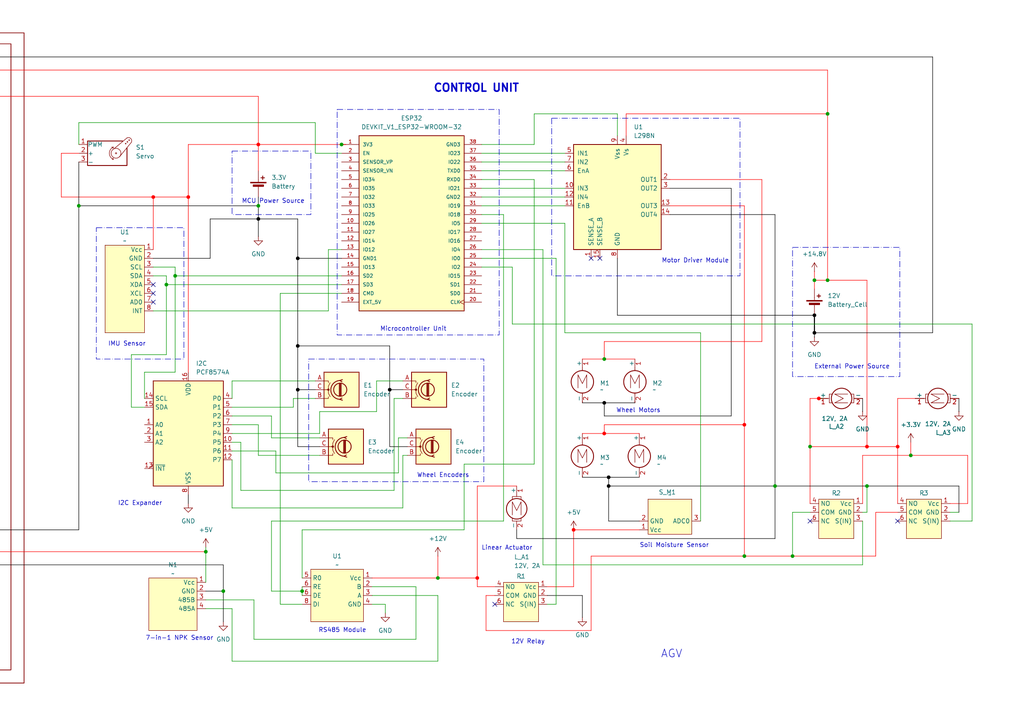
<source format=kicad_sch>
(kicad_sch (version 20231120) (generator "eeschema") (generator_version "8.0")
  (paper "A4")
  (junction (at -38.1 67.31))
  (junction (at -68.58 134.62))
  (junction (at 99.06 41.91))
  (junction (at 22.86 59.69))
  (junction (at 229.87 161.29))
  (junction (at 240.03 33.02))
  (junction (at 251.46 140.97))
  (junction (at -238.76 64.77))
  (junction (at -13.97 67.31))
  (junction (at 236.22 81.28))
  (junction (at 215.9 161.29))
  (junction (at 215.9 123.19) (color 255 0 0 1))
  (junction (at 166.37 153.67) (color 255 0 0 1))
  (junction (at 236.22 91.44) (color 0 0 0 1))
  (junction (at 264.16 132.08))
  (junction (at -220.98 64.77))
  (junction (at -267.97 109.22))
  (junction (at 224.79 140.97))
  (junction (at 138.43 167.64) (color 255 0 0 1))
  (junction (at 44.45 57.15) (color 255 0 0 1))
  (junction (at -13.97 85.09))
  (junction (at -100.33 153.67))
  (junction (at -297.18 128.27))
  (junction (at 87.63 171.45))
  (junction (at 237.49 115.57) (color 255 0 0 1))
  (junction (at 74.93 41.91) (color 255 0 0 1))
  (junction (at 48.26 82.55))
  (junction (at 86.36 100.33) (color 0 0 0 1))
  (junction (at -34.29 85.09))
  (junction (at 236.22 96.52) (color 0 0 0 1))
  (junction (at -83.82 67.31))
  (junction (at -237.49 147.32))
  (junction (at 64.77 171.45))
  (junction (at 54.61 57.15) (color 255 0 0 1))
  (junction (at -238.76 73.66))
  (junction (at 240.03 81.28))
  (junction (at -78.74 104.14))
  (junction (at -257.81 109.22))
  (junction (at 74.93 59.69))
  (junction (at 86.36 113.03) (color 0 0 0 1))
  (junction (at 175.26 104.14))
  (junction (at -238.76 109.22))
  (junction (at 50.8 80.01))
  (junction (at 175.26 125.73) (color 255 0 0 1))
  (junction (at -314.96 144.78))
  (junction (at 176.53 138.43) (color 0 0 0 1))
  (junction (at -297.18 144.78))
  (junction (at -68.58 153.67))
  (junction (at 175.26 116.84) (color 0 0 0 1))
  (junction (at 86.36 74.93) (color 0 0 0 1))
  (junction (at -316.23 64.77))
  (junction (at -294.64 109.22))
  (junction (at -294.64 64.77))
  (junction (at -96.52 120.65))
  (junction (at -205.74 147.32))
  (junction (at -38.1 85.09))
  (junction (at -57.15 85.09))
  (junction (at 113.03 113.03) (color 0 0 0 1))
  (junction (at 260.35 129.54) (color 255 0 0 1))
  (junction (at -78.74 120.65))
  (junction (at 127 167.64))
  (junction (at 59.69 160.02))
  (junction (at -19.05 85.09))
  (junction (at -205.74 128.27))
  (junction (at -83.82 85.09))
  (junction (at 74.93 63.5) (color 0 0 0 1))
  (junction (at 176.53 140.97) (color 0 0 0 1))
  (junction (at 251.46 129.54) (color 255 0 0 1))
  (junction (at -220.98 109.22))
  (junction (at 234.95 129.54))
  (no_connect (at 171.45 74.93))
  (no_connect (at 260.35 151.13))
  (no_connect (at 44.45 85.09))
  (no_connect (at 173.99 74.93))
  (no_connect (at 44.45 87.63))
  (no_connect (at 234.95 151.13))
  (no_connect (at 44.45 82.55))
  (no_connect (at 143.51 175.26))
  (wire (pts (xy -328.93 83.82) (xy -316.23 83.82)))
  (wire (pts (xy 146.05 62.23) (xy 139.7 62.23)))
  (wire (pts (xy 260.35 115.57) (xy 265.43 115.57)) (stroke (width 0) (color 255 0 0 1)))
  (wire (pts (xy 50.8 80.01) (xy 50.8 107.95)))
  (wire (pts (xy 254 148.59) (xy 254 161.29)) (stroke (width 0) (color 255 0 0 1)))
  (wire (pts (xy 99.06 80.01) (xy 50.8 80.01)))
  (wire (pts (xy -19.05 85.09) (xy -13.97 85.09)) (stroke (width 0) (color 0 0 0 1)))
  (wire (pts (xy 168.91 125.73) (xy 175.26 125.73)) (stroke (width 0) (color 255 0 0 1)))
  (wire (pts (xy 260.35 148.59) (xy 254 148.59)) (stroke (width 0) (color 255 0 0 1)))
  (wire (pts (xy 194.31 62.23) (xy 224.79 62.23)) (stroke (width 0) (color 0 0 0 1)))
  (wire (pts (xy -123.19 142.24) (xy -123.19 153.67)) (stroke (width 0) (color 0 0 0 1)))
  (wire (pts (xy 115.57 137.16) (xy 115.57 127)))
  (wire (pts (xy 215.9 123.19) (xy 215.9 161.29)) (stroke (width 0) (color 255 0 0 1)))
  (wire (pts (xy 127 191.77) (xy 127 172.72)))
  (wire (pts (xy 236.22 91.44) (xy 236.22 96.52)) (stroke (width 0.3) (color 0 0 0 1)))
  (wire (pts (xy 120.65 170.18) (xy 120.65 185.42)))
  (wire (pts (xy 238.76 115.57) (xy 237.49 115.57)))
  (wire (pts (xy -238.76 64.77) (xy -220.98 64.77)))
  (wire (pts (xy -260.35 135.89) (xy -260.35 147.32)) (stroke (width 0) (color 0 0 0 1)))
  (wire (pts (xy -238.76 86.36) (xy -238.76 109.22)))
  (wire (pts (xy 118.11 132.08) (xy 116.84 132.08)))
  (wire (pts (xy 91.44 115.57) (xy 85.09 115.57)))
  (wire (pts (xy 127 161.29) (xy 127 167.64)) (stroke (width 0) (color 255 0 0 1)))
  (wire (pts (xy 139.7 44.45) (xy 163.83 44.45)))
  (wire (pts (xy 48.26 102.87) (xy 48.26 82.55)))
  (wire (pts (xy -257.81 109.22) (xy -267.97 109.22)))
  (wire (pts (xy 64.77 171.45) (xy 64.77 180.34)) (stroke (width 0) (color 0 0 0 1)))
  (wire (pts (xy 168.91 138.43) (xy 176.53 138.43)) (stroke (width 0) (color 0 0 0 1)))
  (wire (pts (xy 161.29 74.93) (xy 139.7 74.93)))
  (wire (pts (xy 80.01 130.81) (xy 80.01 137.16)))
  (wire (pts (xy 181.61 33.02) (xy 240.03 33.02)) (stroke (width 0) (color 255 0 0 1)))
  (wire (pts (xy -205.74 147.32) (xy -237.49 147.32)) (stroke (width 0) (color 0 0 0 1)))
  (wire (pts (xy 86.36 100.33) (xy 86.36 113.03)) (stroke (width 0) (color 0 0 0 1)))
  (wire (pts (xy 44.45 77.47) (xy 50.8 77.47)))
  (wire (pts (xy 85.09 115.57) (xy 85.09 118.11)))
  (wire (pts (xy -96.52 111.76) (xy -96.52 120.65)) (stroke (width 0) (color 0 0 0 1)))
  (wire (pts (xy 87.63 175.26) (xy 81.28 175.26)))
  (wire (pts (xy 157.48 72.39) (xy 139.7 72.39)))
  (wire (pts (xy 240.03 81.28) (xy 240.03 33.02)) (stroke (width 0) (color 255 0 0 1)))
  (wire (pts (xy 64.77 163.83) (xy -50.8 163.83)) (stroke (width 0) (color 0 0 0 1)))
  (wire (pts (xy 22.86 59.69) (xy 22.86 153.67)) (stroke (width 0) (color 0 0 0 1)))
  (wire (pts (xy -237.49 147.32) (xy -237.49 135.89)) (stroke (width 0) (color 0 0 0 1)))
  (wire (pts (xy 171.45 161.29) (xy 215.9 161.29)) (stroke (width 0) (color 255 0 0 1)))
  (wire (pts (xy 179.07 91.44) (xy 236.22 91.44)) (stroke (width 0) (color 0 0 0 1)))
  (wire (pts (xy -10.16 85.09) (xy -13.97 85.09)) (stroke (width 0) (color 0 0 0 1)))
  (wire (pts (xy 176.53 151.13) (xy 176.53 140.97)) (stroke (width 0) (color 0 0 0 1)))
  (wire (pts (xy 175.26 125.73) (xy 185.42 125.73)) (stroke (width 0) (color 255 0 0 1)))
  (wire (pts (xy -13.97 20.32) (xy 240.03 20.32)) (stroke (width 0) (color 255 0 0 1)))
  (wire (pts (xy 86.36 74.93) (xy 86.36 100.33)) (stroke (width 0) (color 0 0 0 1)))
  (wire (pts (xy -294.64 86.36) (xy -294.64 109.22)))
  (wire (pts (xy 139.7 49.53) (xy 163.83 49.53)))
  (wire (pts (xy -257.81 86.36) (xy -257.81 90.17)))
  (wire (pts (xy -316.23 83.82) (xy -316.23 80.01)))
  (wire (pts (xy 163.83 64.77) (xy 163.83 96.52)))
  (wire (pts (xy 59.69 160.02) (xy 59.69 168.91)))
  (wire (pts (xy -342.9 144.78) (xy -342.9 135.89)) (stroke (width 0) (color 0 0 0 1)))
  (wire (pts (xy -323.85 72.39) (xy -323.85 109.22)))
  (wire (pts (xy 92.71 125.73) (xy 92.71 119.38)))
  (wire (pts (xy 140.97 182.88) (xy 171.45 182.88)) (stroke (width 0) (color 255 0 0 1)))
  (wire (pts (xy 74.93 123.19) (xy 67.31 123.19)))
  (wire (pts (xy 92.71 132.08) (xy 74.93 132.08)))
  (wire (pts (xy 95.25 90.17) (xy 95.25 72.39)))
  (wire (pts (xy -110.49 85.09) (xy -83.82 85.09)) (stroke (width 0) (color 0 0 0 1)))
  (wire (pts (xy 260.35 115.57) (xy 260.35 129.54)) (stroke (width 0) (color 255 0 0 1)))
  (wire (pts (xy 139.7 59.69) (xy 163.83 59.69)))
  (wire (pts (xy -260.35 128.27) (xy -245.11 128.27)) (stroke (width 0) (color 255 0 0 1)))
  (wire (pts (xy 54.61 41.91) (xy 74.93 41.91)) (stroke (width 0) (color 255 0 0 1)))
  (wire (pts (xy 78.74 151.13) (xy 78.74 171.45)))
  (wire (pts (xy 38.1 102.87) (xy 48.26 102.87)))
  (wire (pts (xy 44.45 90.17) (xy 95.25 90.17)))
  (wire (pts (xy 166.37 153.67) (xy 185.42 153.67)) (stroke (width 0) (color 255 0 0 1)))
  (wire (pts (xy 109.22 110.49) (xy 116.84 110.49)))
  (wire (pts (xy 120.65 185.42) (xy 73.66 185.42)))
  (wire (pts (xy 251.46 148.59) (xy 251.46 140.97)))
  (wire (pts (xy -238.76 73.66) (xy -238.76 78.74)))
  (wire (pts (xy 78.74 127) (xy 78.74 120.65)))
  (wire (pts (xy 54.61 143.51) (xy 54.61 146.05)) (stroke (width 0) (color 0 0 0 1)))
  (wire (pts (xy -50.8 163.83) (xy -50.8 120.65)) (stroke (width 0) (color 0 0 0 1)))
  (wire (pts (xy 234.95 115.57) (xy 237.49 115.57)) (stroke (width 0) (color 255 0 0 1)))
  (wire (pts (xy -138.43 66.04) (xy -130.81 66.04)))
  (wire (pts (xy 67.31 110.49) (xy 67.31 115.57)))
  (wire (pts (xy 278.13 115.57) (xy 278.13 119.38)) (stroke (width 0) (color 0 0 0 1)))
  (wire (pts (xy 87.63 171.45) (xy 78.74 171.45)))
  (wire (pts (xy 260.35 129.54) (xy 260.35 146.05)) (stroke (width 0) (color 255 0 0 1)))
  (wire (pts (xy -130.81 76.2) (xy -138.43 76.2)))
  (wire (pts (xy 149.86 156.21) (xy 224.79 156.21)) (stroke (width 0) (color 0 0 0 1)))
  (wire (pts (xy 111.76 175.26) (xy 111.76 177.8)))
  (wire (pts (xy -297.18 128.27) (xy -280.67 128.27)))
  (wire (pts (xy 60.96 74.93) (xy 44.45 74.93)) (stroke (width 0) (color 0 0 0 1)))
  (wire (pts (xy -347.98 72.39) (xy -347.98 74.93)))
  (wire (pts (xy 194.31 54.61) (xy 212.09 54.61)) (stroke (width 0) (color 0 0 0 1)))
  (wire (pts (xy -95.25 73.66) (xy -95.25 67.31)) (stroke (width 0) (color 255 0 0 1)))
  (wire (pts (xy 22.86 46.99) (xy 22.86 59.69)) (stroke (width 0) (color 0 0 0 1)))
  (wire (pts (xy -10.16 16.51) (xy -10.16 85.09)) (stroke (width 0) (color 0 0 0 1)))
  (wire (pts (xy -38.1 85.09) (xy -34.29 85.09)) (stroke (width 0) (color 0 0 0 1)))
  (wire (pts (xy -297.18 144.78) (xy -280.67 144.78)) (stroke (width 0) (color 0 0 0 1)))
  (wire (pts (xy 134.62 153.67) (xy 134.62 134.62)))
  (wire (pts (xy 251.46 129.54) (xy 251.46 81.28)) (stroke (width 0) (color 255 0 0 1)))
  (wire (pts (xy -78.74 120.65) (xy -96.52 120.65)) (stroke (width 0) (color 0 0 0 1)))
  (wire (pts (xy 236.22 96.52) (xy 236.22 97.79)) (stroke (width 0) (color 0 0 0 1)))
  (wire (pts (xy 134.62 134.62) (xy 154.94 134.62)))
  (wire (pts (xy 87.63 171.45) (xy 87.63 172.72)))
  (wire (pts (xy 86.36 74.93) (xy 86.36 63.5)) (stroke (width 0) (color 0 0 0 1)))
  (wire (pts (xy 236.22 78.74) (xy 236.22 81.28)) (stroke (width 0) (color 255 0 0 1)))
  (wire (pts (xy 240.03 81.28) (xy 236.22 81.28)) (stroke (width 0) (color 255 0 0 1)))
  (wire (pts (xy 176.53 138.43) (xy 185.42 138.43)) (stroke (width 0) (color 0 0 0 1)))
  (wire (pts (xy 22.86 153.67) (xy -68.58 153.67)) (stroke (width 0) (color 0 0 0 1)))
  (wire (pts (xy -205.74 135.89) (xy -205.74 147.32)) (stroke (width 0) (color 0 0 0 1)))
  (wire (pts (xy 95.25 72.39) (xy 99.06 72.39)))
  (wire (pts (xy 175.26 123.19) (xy 175.26 125.73)) (stroke (width 0) (color 255 0 0 1)))
  (wire (pts (xy 148.59 77.47) (xy 139.7 77.47)))
  (wire (pts (xy 154.94 33.02) (xy 154.94 41.91)))
  (wire (pts (xy 86.36 113.03) (xy 91.44 113.03)) (stroke (width 0) (color 0 0 0 1)))
  (wire (pts (xy -102.87 81.28) (xy -115.57 81.28)))
  (wire (pts (xy 74.93 63.5) (xy 74.93 68.58)) (stroke (width 0) (color 0 0 0 1)))
  (wire (pts (xy 38.1 118.11) (xy 38.1 102.87)))
  (wire (pts (xy -5.08 27.94) (xy -5.08 134.62)) (stroke (width 0) (color 255 0 0 1)))
  (wire (pts (xy -294.64 64.77) (xy -294.64 78.74)))
  (wire (pts (xy -115.57 66.04) (xy -102.87 66.04)))
  (wire (pts (xy 74.93 41.91) (xy 74.93 27.94)) (stroke (width 0) (color 255 0 0 1)))
  (wire (pts (xy 281.94 93.98) (xy 148.59 93.98)))
  (wire (pts (xy -8.89 160.02) (xy 59.69 160.02)) (stroke (width 0) (color 255 0 0 1)))
  (wire (pts (xy 44.45 72.39) (xy 44.45 57.15)) (stroke (width 0) (color 255 0 0 1)))
  (wire (pts (xy 113.03 113.03) (xy 113.03 129.54)) (stroke (width 0) (color 0 0 0 1)))
  (wire (pts (xy -248.92 73.66) (xy -238.76 73.66)))
  (wire (pts (xy -46.99 67.31) (xy -38.1 67.31)) (stroke (width 0) (color 255 0 0 1)))
  (wire (pts (xy 146.05 151.13) (xy 146.05 62.23)))
  (wire (pts (xy 220.98 52.07) (xy 220.98 99.06)) (stroke (width 0) (color 255 0 0 1)))
  (wire (pts (xy 154.94 33.02) (xy 179.07 33.02)))
  (wire (pts (xy 87.63 170.18) (xy 87.63 171.45)))
  (wire (pts (xy 67.31 191.77) (xy 127 191.77)))
  (wire (pts (xy 91.44 110.49) (xy 67.31 110.49)))
  (wire (pts (xy 127 167.64) (xy 138.43 167.64)) (stroke (width 0) (color 255 0 0 1)))
  (wire (pts (xy 50.8 107.95) (xy 41.91 107.95)))
  (wire (pts (xy -96.52 120.65) (xy -124.46 120.65)) (stroke (width 0) (color 0 0 0 1)))
  (wire (pts (xy 54.61 57.15) (xy 54.61 107.95)) (stroke (width 0) (color 255 0 0 1)))
  (wire (pts (xy 158.75 172.72) (xy 168.91 172.72)) (stroke (width 0) (color 0 0 0 1)))
  (wire (pts (xy 251.46 140.97) (xy 224.79 140.97)) (stroke (width 0) (color 0 0 0 1)))
  (wire (pts (xy 175.26 104.14) (xy 184.15 104.14)) (stroke (width 0) (color 255 0 0 1)))
  (wire (pts (xy 85.09 118.11) (xy 67.31 118.11)))
  (wire (pts (xy 86.36 63.5) (xy 74.93 63.5)) (stroke (width 0) (color 0 0 0 1)))
  (wire (pts (xy 148.59 93.98) (xy 148.59 77.47)))
  (wire (pts (xy 161.29 175.26) (xy 161.29 74.93)))
  (wire (pts (xy 139.7 54.61) (xy 163.83 54.61)))
  (wire (pts (xy 240.03 81.28) (xy 251.46 81.28)) (stroke (width 0) (color 255 0 0 1)))
  (wire (pts (xy 22.86 59.69) (xy 74.93 59.69)) (stroke (width 0) (color 0 0 0 1)))
  (wire (pts (xy -294.64 64.77) (xy -276.86 64.77)))
  (wire (pts (xy -38.1 85.09) (xy -57.15 85.09)) (stroke (width 0) (color 0 0 0 1)))
  (wire (pts (xy 92.71 125.73) (xy 67.31 125.73)))
  (wire (pts (xy 149.86 153.67) (xy 149.86 156.21)) (stroke (width 0) (color 0 0 0 1)))
  (wire (pts (xy 59.69 173.99) (xy 73.66 173.99)))
  (wire (pts (xy 74.93 63.5) (xy 60.96 63.5)) (stroke (width 0) (color 0 0 0 1)))
  (wire (pts (xy 264.16 128.27) (xy 264.16 132.08)) (stroke (width 0) (color 255 0 0 1)))
  (wire (pts (xy 138.43 167.64) (xy 138.43 170.18)) (stroke (width 0) (color 255 0 0 1)))
  (wire (pts (xy -115.57 81.28) (xy -115.57 76.2)))
  (wire (pts (xy 138.43 140.97) (xy 138.43 167.64)) (stroke (width 0) (color 255 0 0 1)))
  (wire (pts (xy 203.2 151.13) (xy 203.2 96.52)))
  (wire (pts (xy 176.53 140.97) (xy 224.79 140.97)) (stroke (width 0) (color 0 0 0 1)))
  (wire (pts (xy -38.1 67.31) (xy -34.29 67.31)) (stroke (width 0) (color 255 0 0 1)))
  (wire (pts (xy -5.08 134.62) (xy -68.58 134.62)) (stroke (width 0) (color 255 0 0 1)))
  (wire (pts (xy 229.87 148.59) (xy 234.95 148.59)))
  (wire (pts (xy 54.61 41.91) (xy 54.61 57.15)) (stroke (width 0) (color 255 0 0 1)))
  (wire (pts (xy -307.34 128.27) (xy -297.18 128.27)) (stroke (width 0) (color 255 0 0 1)))
  (wire (pts (xy -92.71 134.62) (xy -68.58 134.62)) (stroke (width 0) (color 255 0 0 1)))
  (wire (pts (xy -34.29 69.85) (xy -34.29 85.09)) (stroke (width 0) (color 0 0 0 1)))
  (wire (pts (xy -68.58 142.24) (xy -68.58 153.67)) (stroke (width 0) (color 0 0 0 1)))
  (wire (pts (xy 229.87 148.59) (xy 229.87 161.29)))
  (wire (pts (xy 220.98 99.06) (xy 175.26 99.06)) (stroke (width 0) (color 255 0 0 1)))
  (wire (pts (xy 234.95 115.57) (xy 234.95 129.54)) (stroke (width 0) (color 255 0 0 1)))
  (wire (pts (xy -10.16 16.51) (xy 270.51 16.51)) (stroke (width 0) (color 0 0 0 1)))
  (wire (pts (xy -314.96 144.78) (xy -342.9 144.78)) (stroke (width 0) (color 0 0 0 1)))
  (wire (pts (xy 113.03 100.33) (xy 113.03 113.03)) (stroke (width 0) (color 0 0 0 1)))
  (wire (pts (xy 168.91 116.84) (xy 175.26 116.84)) (stroke (width 0) (color 0 0 0 1)))
  (wire (pts (xy 17.78 57.15) (xy 44.45 57.15)) (stroke (width 0) (color 255 0 0 1)))
  (wire (pts (xy 181.61 39.37) (xy 181.61 33.02)) (stroke (width 0) (color 255 0 0 1)))
  (wire (pts (xy -124.46 120.65) (xy -124.46 111.76)) (stroke (width 0) (color 0 0 0 1)))
  (wire (pts (xy 92.71 119.38) (xy 109.22 119.38)))
  (wire (pts (xy -267.97 109.22) (xy -294.64 109.22)))
  (wire (pts (xy 50.8 77.47) (xy 50.8 80.01)))
  (wire (pts (xy -297.18 128.27) (xy -297.18 129.54)))
  (wire (pts (xy -123.19 134.62) (xy -107.95 134.62)) (stroke (width 0) (color 255 0 0 1)))
  (wire (pts (xy -78.74 104.14) (xy -8.89 104.14)) (stroke (width 0) (color 255 0 0 1)))
  (wire (pts (xy 149.86 140.97) (xy 138.43 140.97)) (stroke (width 0) (color 255 0 0 1)))
  (wire (pts (xy 175.26 116.84) (xy 184.15 116.84)) (stroke (width 0) (color 0 0 0 1)))
  (wire (pts (xy 138.43 170.18) (xy 143.51 170.18)) (stroke (width 0) (color 255 0 0 1)))
  (wire (pts (xy -38.1 74.93) (xy -38.1 85.09)) (stroke (width 0) (color 0 0 0 1)))
  (wire (pts (xy 194.31 52.07) (xy 220.98 52.07)) (stroke (width 0) (color 255 0 0 1)))
  (wire (pts (xy -297.18 137.16) (xy -297.18 144.78)) (stroke (width 0) (color 0 0 0 1)))
  (wire (pts (xy 212.09 54.61) (xy 212.09 120.65)) (stroke (width 0) (color 0 0 0 1)))
  (wire (pts (xy 92.71 127) (xy 78.74 127)))
  (wire (pts (xy 87.63 153.67) (xy 134.62 153.67)))
  (wire (pts (xy 179.07 74.93) (xy 179.07 91.44)) (stroke (width 0) (color 0 0 0 1)))
  (wire (pts (xy 60.96 63.5) (xy 60.96 74.93)) (stroke (width 0) (color 0 0 0 1)))
  (wire (pts (xy 59.69 171.45) (xy 64.77 171.45)) (stroke (width 0) (color 0 0 0 1)))
  (wire (pts (xy -138.43 68.58) (xy -138.43 66.04)))
  (wire (pts (xy 224.79 62.23) (xy 224.79 140.97)) (stroke (width 0) (color 0 0 0 1)))
  (wire (pts (xy 99.06 74.93) (xy 86.36 74.93)) (stroke (width 0) (color 0 0 0 1)))
  (wire (pts (xy 250.19 163.83) (xy 157.48 163.83)))
  (wire (pts (xy 107.95 172.72) (xy 127 172.72)))
  (wire (pts (xy -297.18 144.78) (xy -314.96 144.78)) (stroke (width 0) (color 0 0 0 1)))
  (wire (pts (xy 44.45 80.01) (xy 48.26 80.01)))
  (wire (pts (xy 67.31 147.32) (xy 116.84 147.32)))
  (wire (pts (xy 236.22 96.52) (xy 270.51 96.52)) (stroke (width 0) (color 0 0 0 1)))
  (wire (pts (xy 154.94 134.62) (xy 154.94 52.07)))
  (wire (pts (xy -110.49 73.66) (xy -110.49 85.09)) (stroke (width 0) (color 0 0 0 1)))
  (wire (pts (xy 168.91 172.72) (xy 168.91 179.07)) (stroke (width 0) (color 0 0 0 1)))
  (wire (pts (xy 41.91 118.11) (xy 38.1 118.11)))
  (wire (pts (xy -347.98 74.93) (xy -344.17 74.93)))
  (wire (pts (xy 143.51 172.72) (xy 140.97 172.72)) (stroke (width 0) (color 255 0 0 1)))
  (wire (pts (xy -13.97 67.31) (xy -13.97 20.32)) (stroke (width 0) (color 255 0 0 1)))
  (wire (pts (xy 139.7 64.77) (xy 163.83 64.77)))
  (wire (pts (xy -19.05 67.31) (xy -13.97 67.31)) (stroke (width 0) (color 255 0 0 1)))
  (wire (pts (xy 107.95 170.18) (xy 120.65 170.18)))
  (wire (pts (xy 67.31 133.35) (xy 67.31 147.32)))
  (wire (pts (xy 157.48 163.83) (xy 157.48 72.39)))
  (wire (pts (xy 22.86 44.45) (xy 17.78 44.45)) (stroke (width 0) (color 255 0 0 1)))
  (wire (pts (xy 250.19 151.13) (xy 250.19 163.83)))
  (wire (pts (xy 44.45 57.15) (xy 54.61 57.15)) (stroke (width 0) (color 255 0 0 1)))
  (wire (pts (xy 240.03 20.32) (xy 240.03 33.02)) (stroke (width 0) (color 255 0 0 1)))
  (wire (pts (xy 107.95 167.64) (xy 127 167.64)) (stroke (width 0) (color 255 0 0 1)))
  (wire (pts (xy 99.06 41.91) (xy 100.33 41.91)) (stroke (width 0) (color 255 0 0 1)))
  (wire (pts (xy -78.74 104.14) (xy -78.74 105.41)))
  (wire (pts (xy 74.93 27.94) (xy -5.08 27.94)) (stroke (width 0) (color 255 0 0 1)))
  (wire (pts (xy 116.84 132.08) (xy 116.84 147.32)))
  (wire (pts (xy 139.7 41.91) (xy 154.94 41.91)))
  (wire (pts (xy -220.98 64.77) (xy -220.98 71.12)))
  (wire (pts (xy 278.13 148.59) (xy 278.13 140.97)) (stroke (width 0) (color 0 0 0 1)))
  (wire (pts (xy -316.23 64.77) (xy -294.64 64.77)))
  (wire (pts (xy 86.36 113.03) (xy 86.36 129.54)) (stroke (width 0) (color 0 0 0 1)))
  (wire (pts (xy 87.63 167.64) (xy 87.63 153.67)))
  (wire (pts (xy -83.82 67.31) (xy -67.31 67.31)) (stroke (width 0) (color 255 0 0 1)))
  (wire (pts (xy 74.93 59.69) (xy 74.93 63.5)) (stroke (width 0) (color 0 0 0 1)))
  (wire (pts (xy 17.78 44.45) (xy 17.78 57.15)) (stroke (width 0) (color 255 0 0 1)))
  (wire (pts (xy 69.85 142.24) (xy 69.85 128.27)))
  (wire (pts (xy 74.93 41.91) (xy 99.06 41.91)) (stroke (width 0) (color 255 0 0 1)))
  (wire (pts (xy 69.85 142.24) (xy 114.3 142.24)))
  (wire (pts (xy 278.13 140.97) (xy 251.46 140.97)) (stroke (width 0) (color 0 0 0 1)))
  (wire (pts (xy 118.11 129.54) (xy 113.03 129.54)) (stroke (width 0) (color 0 0 0 1)))
  (wire (pts (xy -257.81 97.79) (xy -257.81 109.22)))
  (wire (pts (xy 114.3 115.57) (xy 114.3 142.24)))
  (wire (pts (xy 250.19 148.59) (xy 251.46 148.59)))
  (wire (pts (xy 139.7 57.15) (xy 163.83 57.15)))
  (wire (pts (xy 163.83 96.52) (xy 203.2 96.52)))
  (wire (pts (xy 171.45 182.88) (xy 171.45 161.29)) (stroke (width 0) (color 255 0 0 1)))
  (wire (pts (xy 81.28 85.09) (xy 99.06 85.09)))
  (wire (pts (xy -328.93 74.93) (xy -328.93 83.82)))
  (wire (pts (xy -342.9 128.27) (xy -322.58 128.27)) (stroke (width 0) (color 255 0 0 1)))
  (wire (pts (xy 41.91 107.95) (xy 41.91 115.57)))
  (wire (pts (xy -78.74 113.03) (xy -78.74 120.65)) (stroke (width 0) (color 0 0 0 1)))
  (wire (pts (xy -294.64 109.22) (xy -323.85 109.22)))
  (wire (pts (xy -19.05 69.85) (xy -19.05 85.09)) (stroke (width 0) (color 0 0 0 1)))
  (wire (pts (xy -57.15 74.93) (xy -57.15 85.09)) (stroke (width 0) (color 0 0 0 1)))
  (wire (pts (xy 229.87 161.29) (xy 254 161.29)) (stroke (width 0) (color 255 0 0 1)))
  (wire (pts (xy 115.57 127) (xy 118.11 127)))
  (wire (pts (xy -238.76 109.22) (xy -257.81 109.22)))
  (wire (pts (xy -220.98 64.77) (xy -191.77 64.77)))
  (wire (pts (xy 234.95 146.05) (xy 234.95 129.54)) (stroke (width 0) (color 255 0 0 1)))
  (wire (pts (xy 264.16 132.08) (xy 280.67 132.08)) (stroke (width 0) (color 255 0 0 1)))
  (wire (pts (xy 176.53 140.97) (xy 176.53 138.43)) (stroke (width 0) (color 0 0 0 1)))
  (wire (pts (xy 67.31 130.81) (xy 80.01 130.81)))
  (wire (pts (xy -220.98 109.22) (xy -190.5 109.22)))
  (wire (pts (xy 280.67 146.05) (xy 275.59 146.05)) (stroke (width 0) (color 255 0 0 1)))
  (wire (pts (xy 275.59 151.13) (xy 281.94 151.13)))
  (wire (pts (xy 175.26 120.65) (xy 175.26 116.84)) (stroke (width 0) (color 0 0 0 1)))
  (wire (pts (xy 74.93 57.15) (xy 74.93 59.69)) (stroke (width 0) (color 0 0 0 1)))
  (wire (pts (xy -220.98 78.74) (xy -220.98 109.22)))
  (wire (pts (xy 215.9 59.69) (xy 215.9 123.19)) (stroke (width 0) (color 255 0 0 1)))
  (wire (pts (xy 215.9 161.29) (xy 229.87 161.29)) (stroke (width 0) (color 255 0 0 1)))
  (wire (pts (xy -238.76 109.22) (xy -220.98 109.22)))
  (wire (pts (xy 73.66 185.42) (xy 73.66 173.99)))
  (wire (pts (xy -88.9 104.14) (xy -78.74 104.14)) (stroke (width 0) (color 255 0 0 1)))
  (wire (pts (xy 64.77 171.45) (xy 64.77 163.83)) (stroke (width 0) (color 0 0 0 1)))
  (wire (pts (xy 185.42 151.13) (xy 176.53 151.13)) (stroke (width 0) (color 0 0 0 1)))
  (wire (pts (xy 281.94 93.98) (xy 281.94 151.13)))
  (wire (pts (xy -8.89 104.14) (xy -8.89 160.02)) (stroke (width 0) (color 255 0 0 1)))
  (wire (pts (xy 140.97 172.72) (xy 140.97 182.88)) (stroke (width 0) (color 255 0 0 1)))
  (wire (pts (xy -95.25 67.31) (xy -83.82 67.31)) (stroke (width 0) (color 255 0 0 1)))
  (wire (pts (xy 92.71 129.54) (xy 86.36 129.54)) (stroke (width 0) (color 0 0 0 1)))
  (wire (pts (xy 166.37 153.67) (xy 166.37 170.18)) (stroke (width 0) (color 255 0 0 1)))
  (wire (pts (xy -138.43 76.2) (xy -138.43 73.66)))
  (wire (pts (xy -13.97 69.85) (xy -13.97 67.31)))
  (wire (pts (xy -238.76 73.66) (xy -238.76 72.39)))
  (wire (pts (xy 250.19 132.08) (xy 250.19 146.05)) (stroke (width 0) (color 255 0 0 1)))
  (wire (pts (xy 250.19 115.57) (xy 250.19 119.38)) (stroke (width 0) (color 0 0 0 1)))
  (wire (pts (xy -123.19 153.67) (xy -100.33 153.67)) (stroke (width 0) (color 0 0 0 1)))
  (wire (pts (xy 275.59 148.59) (xy 278.13 148.59)))
  (wire (pts (xy 280.67 132.08) (xy 280.67 146.05)) (stroke (width 0) (color 255 0 0 1)))
  (wire (pts (xy -68.58 153.67) (xy -100.33 153.67)) (stroke (width 0) (color 0 0 0 1)))
  (wire (pts (xy 194.31 59.69) (xy 215.9 59.69)) (stroke (width 0) (color 255 0 0 1)))
  (wire (pts (xy 215.9 123.19) (xy 175.26 123.19)) (stroke (width 0) (color 255 0 0 1)))
  (wire (pts (xy 270.51 96.52) (xy 270.51 16.51)) (stroke (width 0) (color 0 0 0 1)))
  (wire (pts (xy 80.01 137.16) (xy 115.57 137.16)))
  (wire (pts (xy 139.7 46.99) (xy 163.83 46.99)))
  (wire (pts (xy 78.74 120.65) (xy 67.31 120.65)))
  (wire (pts (xy 179.07 39.37) (xy 179.07 33.02)))
  (wire (pts (xy 250.19 132.08) (xy 264.16 132.08)) (stroke (width 0) (color 255 0 0 1)))
  (wire (pts (xy -50.8 120.65) (xy -78.74 120.65)) (stroke (width 0) (color 0 0 0 1)))
  (wire (pts (xy -13.97 77.47) (xy -13.97 85.09)) (stroke (width 0) (color 0 0 0 1)))
  (wire (pts (xy 107.95 175.26) (xy 111.76 175.26)))
  (wire (pts (xy -347.98 67.31) (xy -347.98 64.77)))
  (wire (pts (xy 22.86 35.56) (xy 22.86 41.91)))
  (wire (pts (xy 59.69 158.75) (xy 59.69 160.02)))
  (wire (pts (xy -100.33 153.67) (xy -100.33 142.24)) (stroke (width 0) (color 0 0 0 1)))
  (wire (pts (xy 116.84 113.03) (xy 113.03 113.03)) (stroke (width 0) (color 0 0 0 1)))
  (wire (pts (xy 109.22 110.49) (xy 109.22 119.38)))
  (wire (pts (xy 86.36 100.33) (xy 113.03 100.33)) (stroke (width 0) (color 0 0 0 1)))
  (wire (pts (xy 212.09 120.65) (xy 175.26 120.65)) (stroke (width 0) (color 0 0 0 1)))
  (wire (pts (xy -34.29 85.09) (xy -19.05 85.09)) (stroke (width 0) (color 0 0 0 1)))
  (wire (pts (xy 74.93 132.08) (xy 74.93 123.19)))
  (wire (pts (xy 91.44 44.45) (xy 91.44 35.56)))
  (wire (pts (xy 99.06 44.45) (xy 91.44 44.45)))
  (wire (pts (xy 154.94 52.07) (xy 139.7 52.07)))
  (wire (pts (xy -229.87 128.27) (xy -205.74 128.27)) (stroke (width 0) (color 255 0 0 1)))
  (wire (pts (xy -205.74 128.27) (xy -191.77 128.27)) (stroke (width 0) (color 255 0 0 1)))
  (wire (pts (xy 48.26 82.55) (xy 99.06 82.55)))
  (wire (pts (xy 22.86 35.56) (xy 91.44 35.56)))
  (wire (pts (xy -314.96 135.89) (xy -314.96 144.78)) (stroke (width 0) (color 0 0 0 1)))
  (wire (pts (xy 158.75 175.26) (xy 161.29 175.26)))
  (wire (pts (xy -267.97 86.36) (xy -267.97 109.22)))
  (wire (pts (xy 74.93 41.91) (xy 74.93 49.53)) (stroke (width 0) (color 255 0 0 1)))
  (wire (pts (xy 175.26 99.06) (xy 175.26 104.14)) (stroke (width 0) (color 255 0 0 1)))
  (wire (pts (xy -83.82 85.09) (xy -83.82 74.93)) (stroke (width 0) (color 0 0 0 1)))
  (wire (pts (xy -260.35 147.32) (xy -237.49 147.32)) (stroke (width 0) (color 0 0 0 1)))
  (wire (pts (xy 251.46 129.54) (xy 260.35 129.54)) (stroke (width 0) (color 255 0 0 1)))
  (wire (pts (xy 234.95 129.54) (xy 251.46 129.54)) (stroke (width 0) (color 255 0 0 1)))
  (wire (pts (xy -328.93 64.77) (xy -316.23 64.77)))
  (wire (pts (xy -124.46 104.14) (xy -104.14 104.14)) (stroke (width 0) (color 255 0 0 1)))
  (wire (pts (xy 48.26 80.01) (xy 48.26 82.55)))
  (wire (pts (xy -248.92 64.77) (xy -238.76 64.77)))
  (wire (pts (xy 224.79 156.21) (xy 224.79 140.97)) (stroke (width 0) (color 0 0 0 1)))
  (wire (pts (xy 59.69 176.53) (xy 67.31 176.53)))
  (wire (pts (xy -57.15 85.09) (xy -83.82 85.09)) (stroke (width 0) (color 0 0 0 1)))
  (wire (pts (xy 168.91 104.14) (xy 175.26 104.14)) (stroke (width 0) (color 255 0 0 1)))
  (wire (pts (xy 78.74 151.13) (xy 146.05 151.13)))
  (wire (pts (xy 67.31 176.53) (xy 67.31 191.77)))
  (wire (pts (xy 81.28 175.26) (xy 81.28 85.09)))
  (wire (pts (xy -205.74 147.32) (xy -191.77 147.32)) (stroke (width 0) (color 0 0 0 1)))
  (wire (pts (xy 116.84 115.57) (xy 114.3 115.57)))
  (wire (pts (xy 69.85 128.27) (xy 67.31 128.27)))
  (wire (pts (xy 158.75 170.18) (xy 166.37 170.18)) (stroke (width 0) (color 255 0 0 1)))
  (wire (pts (xy 236.22 81.28) (xy 236.22 83.82)) (stroke (width 0) (color 255 0 0 1)))
  (wire (pts (xy -347.98 64.77) (xy -344.17 64.77)))
  (rectangle (start 67.31 43.815) (end 90.17 62.23) (stroke (width 0) (type dash_dot)))
  (rectangle (start 27.94 66.04) (end 53.34 104.14) (stroke (width 0) (type dash_dot)))
  (rectangle (start 97.79 31.75) (end 144.78 97.155) (stroke (width 0) (type dash_dot)))
  (rectangle (start 160.02 34.29) (end 214.63 80.01) (stroke (width 0) (type dash_dot)))
  (rectangle (start 89.535 104.14) (end 140.335 139.7) (stroke (width 0) (type dash_dot)))
  (rectangle (start 229.87 71.755) (end 260.985 109.22) (stroke (width 0) (type dash_dot)))
  (text "AGV" (at 194.818 189.738 0) (effects (font (size 2.27 2.27))))
  (text "RS485 Module" (at 99.314 182.88 0) (effects (font (size 1.27 1.27))))
  (text "Microcontroller Unit" (at 119.888 95.504 0) (effects (font (size 1.27 1.27))))
  (text "12V Relay" (at 153.162 186.182 0) (effects (font (size 1.27 1.27))))
  (text "MCU Power Source" (at 79.248 58.42 0) (effects (font (size 1.27 1.27))))
  (text "7-in-1 NPK Sensor" (at 52.07 185.166 0) (effects (font (size 1.27 1.27))))
  (text "POWER SUPPLY UNIT" (at -76.708 27.432 0) (effects (font (size 2.27 2.27) (thickness 0.454) (bold yes))))
  (text "12V Output Regulator" (at -55.118 54.102 0) (effects (font (size 1.27 1.27))))
  (text "CONTROL UNIT" (at 138.176 25.654 0) (effects (font (size 2.27 2.27) (thickness 0.454) (bold yes))))
  (text "Soil Moisture Sensor" (at 195.58 158.242 0) (effects (font (size 1.27 1.27))))
  (text "Linear Actuator" (at 147.066 159.004 0) (effects (font (size 1.27 1.27))))
  (text "Motor Driver Module" (at 201.676 75.692 0) (effects (font (size 1.27 1.27))))
  (text "Vout" (at -197.866 70.358 0) (effects (font (size 3.27 3.27))))
  (text "Wheel Encoders" (at 128.524 137.922 0) (effects (font (size 1.27 1.27))))
  (text "Wheel Motors" (at 185.166 119.126 0) (effects (font (size 1.27 1.27))))
  (text "5V Ouput Regulator" (at -106.934 113.538 0) (effects (font (size 1.27 1.27))))
  (text "I2C Expander" (at 40.64 146.05 0) (effects (font (size 1.27 1.27))))
  (text "IMU Sensor" (at 36.83 99.822 0) (effects (font (size 1.27 1.27))))
  (text "Vout" (at -190.5 132.842 0) (effects (font (size 1.47 1.47))))
  (text "External Power Source" (at 247.142 106.426 0) (effects (font (size 1.27 1.27))))
  (text "Vout" (at -283.21 133.35 0) (effects (font (size 1.47 1.47))))
  (text "MSK5012" (at -261.874 69.342 0) (effects (font (size 2.27 2.27))))
  (symbol (lib_id "Device:Battery_Cell") (at -68.58 139.7 0) (unit 1)
    (property "Reference" "3.3V" (at -63.5 137.8584 0) (effects (justify left)))
    (property "Value" "Battery_Cell" (effects (hide yes)))
    (property "Description" "Single-cell battery" (effects (hide yes)))
  )
  (symbol (lib_id "power:+3.3V") (at 236.22 78.74 0) (unit 1)
    (property "Reference" "#PWR01" (effects (hide yes)))
    (property "Value" "+14.8V" (at 236.22 73.66 0))
    (property "Description" "Power symbol creates a global label with name \"+3.3V\"" (effects (hide yes)))
  )
  (symbol (lib_id "power:GND") (at 74.93 68.58 0) (unit 1)
    (property "Reference" "#PWR02" (effects (hide yes)))
    (property "Value" "GND" (at 74.93 73.66 0))
    (property "Description" "Power symbol creates a global label with name \"GND\" , ground" (effects (hide yes)))
  )
  (symbol (lib_id "Motor:Motor_DC_ALT") (at 149.86 146.05 0) (unit 1)
    (property "Reference" "L_A1" (at 149.098 161.544 0) (effects (justify left)))
    (property "Value" "12V, 2A" (at 149.098 164.084 0) (effects (justify left)))
    (property "Description" "DC Motor, alternative symbol" (effects (hide yes)))
  )
  (symbol (lib_id "power:GND") (at 250.19 119.38 0) (unit 1)
    (property "Reference" "#PWR013" (effects (hide yes)))
    (property "Value" "GND" (at 250.19 124.46 0))
    (property "Description" "Power symbol creates a global label with name \"GND\" , ground" (effects (hide yes)))
  )
  (symbol (lib_id "Device:Battery_Cell") (at 236.22 88.9 0) (unit 1)
    (property "Reference" "12V" (at 240.03 85.7884 0) (effects (justify left)))
    (property "Value" "Battery_Cell" (at 240.03 88.3284 0) (effects (justify left)))
    (property "Description" "Single-cell battery" (effects (hide yes)))
  )
  (symbol (lib_id "Device:Battery_Cell") (at -297.18 134.62 0) (unit 1)
    (property "Reference" "5V" (at -292.1 132.7784 0) (effects (justify left)))
    (property "Value" "Battery_Cell" (effects (hide yes)))
    (property "Description" "Single-cell battery" (effects (hide yes)))
  )
  (symbol (lib_id "Device:Transformer_1P_1S_SO8") (at -123.19 71.12 0) (unit 1)
    (property "Reference" "T?" (at -123.1773 60.96 0))
    (property "Value" "Transformer_1P_1S_SO8" (at -123.1773 63.5 0))
    (property "Description" "Transformer, single primary, single secondary, SO-8 package" (effects (hide yes)))
  )
  (symbol (lib_id "power:GND") (at 278.13 119.38 0) (unit 1)
    (property "Reference" "#PWR014" (effects (hide yes)))
    (property "Value" "GND" (at 278.13 124.46 0))
    (property "Description" "Power symbol creates a global label with name \"GND\" , ground" (effects (hide yes)))
  )
  (symbol (lib_id "Device:Battery_Cell") (at -123.19 139.7 0) (unit 1)
    (property "Reference" "5V" (at -118.11 136.5884 0) (effects (justify left)))
    (property "Value" "Battery_Cell" (at -118.11 139.1284 0) (effects (justify left)))
    (property "Description" "Single-cell battery" (effects (hide yes)))
  )
  (symbol (lib_id "Relay_module:R") (at 243.84 143.51 0) (unit 1)
    (property "Reference" "R2" (at 242.57 143.002 0))
    (property "Value" "~" (at 242.57 143.51 0))
  )
  (symbol (lib_id "Relay_module:R") (at 152.4 167.64 0) (unit 1)
    (property "Reference" "R1" (at 151.13 167.132 0))
    (property "Value" "~" (at 151.13 167.64 0))
  )
  (symbol (lib_id "Motor:Motor_DC") (at 185.42 130.81 0) (unit 1)
    (property "Reference" "M4" (at 190.5 132.7149 0) (effects (justify left)))
    (property "Value" "~" (at 190.5 134.62 0) (effects (justify left)))
    (property "Description" "DC Motor" (effects (hide yes)))
  )
  (symbol (lib_id "power:AC") (at -138.43 73.66 0) (unit 1)
    (property "Reference" "#PWR011" (effects (hide yes)))
    (property "Value" "AC" (at -140.716 66.548 0))
    (property "Description" "Power symbol creates a global label with name \"AC\"" (effects (hide yes)))
  )
  (symbol (lib_id "Regulator_Linear:LM2931-5.0_TO220") (at -314.96 128.27 0) (unit 1)
    (property "Reference" "VR" (at -128.778 126.238 0))
    (property "Value" "LM2576" (at -314.96 123.19 0) (effects (font (size 1.47 1.47))))
    (property "Footprint" "Package_TO_SOT_THT:TO-220-3_Vertical" (effects (hide yes)))
    (property "Datasheet" "https://www.ti.com/lit/ds/symlink/lm2931-n.pdf" (effects (hide yes)))
    (property "Description" "Positive 100 mA 60V Linear Low Dropout Regulator, Fixed Output 5V, TO-220" (effects (hide yes)))
  )
  (symbol (lib_id "Interface_Expansion:PCF8574A") (at 54.61 125.73 0) (unit 1)
    (property "Reference" "I2C" (at 56.8041 105.41 0) (effects (justify left)))
    (property "Value" "PCF8574A" (at 56.8041 107.95 0) (effects (justify left)))
    (property "Datasheet" "http://www.nxp.com/docs/en/data-sheet/PCF8574_PCF8574A.pdf" (effects (hide yes)))
    (property "Description" "8 Bit Port/Expander to I2C Bus, DIP/SOIC-16" (effects (hide yes)))
  )
  (symbol (lib_id "Regulator_Linear:LD1086D2T12TR") (at -57.15 67.31 0) (unit 1)
    (property "Reference" "R1" (at -57.15 57.15 0))
    (property "Value" "LD1086D2T12TR" (at -57.15 59.69 0))
    (property "Footprint" "Package_TO_SOT_SMD:TO-263-2" (effects (hide yes)))
    (property "Datasheet" "https://www.st.com/resource/en/datasheet/ld1086.pdf" (effects (hide yes)))
    (property "Description" "Positive, 1.5A 30V, Linear Regulator, Fixed Output 12V, TO-263" (effects (hide yes)))
  )
  (symbol (lib_id "MSK_regulator:MSK") (at -262.89 44.45 0) (unit 1)
    (property "Reference" "MSK" (at -263.525 54.61 0))
    (property "Value" "~" (at -263.525 57.15 0))
  )
  (symbol (lib_id "Device:Battery_Cell") (at -260.35 133.35 0) (unit 1)
    (property "Reference" "5V" (at -255.27 130.2384 0) (effects (justify left)))
    (property "Value" "Battery_Cell" (effects (hide yes)))
    (property "Description" "Single-cell battery" (effects (hide yes)))
  )
  (symbol (lib_id "Device:R") (at -238.76 68.58 0) (unit 1)
    (property "Reference" "R?" (at -234.95 67.3099 0) (effects (justify left)))
    (property "Value" "R" (at -234.95 69.8499 0) (effects (justify left)))
    (property "Description" "Resistor" (effects (hide yes)))
  )
  (symbol (lib_id "power:GND") (at 236.22 97.79 0) (unit 1)
    (property "Reference" "#PWR04" (effects (hide yes)))
    (property "Value" "GND" (at 236.22 102.87 0))
    (property "Description" "Power symbol creates a global label with name \"GND\" , ground" (effects (hide yes)))
  )
  (symbol (lib_id "DEVKIT_V1_ESP32-WROOM-32_snapEDA:DEVKIT_V1_ESP32-WROOM-32") (at 119.38 64.77 0) (unit 1)
    (property "Reference" "ESP32" (at 119.38 34.29 0))
    (property "Value" "DEVKIT_V1_ESP32-WROOM-32" (at 119.38 36.83 0))
    (property "Footprint" "DEVKIT_V1_ESP32-WROOM-32:MODULE_DEVKIT_V1_ESP32-WROOM-32" (effects (hide yes)))
    (property "MF" "Espressif Systems" (effects (hide yes)))
    (property "Description_1" "\n                        \n                            WROOM-32 Development Board ESP32 ESP-32S WiFi Bluetooth Dev Module\n                        \n" (effects (hide yes)))
    (property "Package" "Package" (effects (hide yes)))
    (property "Price" "None" (effects (hide yes)))
    (property "Check_prices" "https://www.snapeda.com/parts/DEVKIT%20V1%20ESP32-WROOM-32/Espressif+Systems/view-part/?ref=eda" (effects (hide yes)))
    (property "STANDARD" "Manufacturer Recommendations" (effects (hide yes)))
    (property "PARTREV" "N/A" (effects (hide yes)))
    (property "SnapEDA_Link" "https://www.snapeda.com/parts/DEVKIT%20V1%20ESP32-WROOM-32/Espressif+Systems/view-part/?ref=snap" (effects (hide yes)))
    (property "MP" "DEVKIT V1 ESP32-WROOM-32" (effects (hide yes)))
    (property "Availability" "Not in stock" (effects (hide yes)))
    (property "MANUFACTURER" "Espressif Systems" (effects (hide yes)))
  )
  (symbol (lib_id "power:GND") (at 54.61 146.05 0) (unit 1)
    (property "Reference" "#PWR010" (effects (hide yes)))
    (property "Value" "GND" (at 54.61 151.13 0))
    (property "Description" "Power symbol creates a global label with name \"GND\" , ground" (effects (hide yes)))
  )
  (symbol (lib_id "Diode_Bridge:W01G") (at -316.23 72.39 0) (unit 1)
    (property "Reference" "B" (at -308.61 60.96 0))
    (property "Value" "ER802" (at -308.356 62.992 0))
    (property "Footprint" "Diode_THT:Diode_Bridge_Round_D9.8mm" (effects (hide yes)))
    (property "Datasheet" "https://www.vishay.com/docs/88769/woo5g.pdf" (effects (hide yes)))
    (property "Description" "Glass Passivated Single-Phase Bridge Rectifier, 70V Vrms, 1.5A If, WOG package" (effects (hide yes)))
  )
  (symbol (lib_id "Regulator_Linear:LM2931-5.0_TO220") (at -96.52 104.14 0) (unit 1)
    (property "Reference" "R2" (at -96.52 97.79 0))
    (property "Value" "LM2931-5.0_TO220" (at -96.52 100.33 0))
    (property "Footprint" "Package_TO_SOT_THT:TO-220-3_Vertical" (effects (hide yes)))
    (property "Datasheet" "https://www.ti.com/lit/ds/symlink/lm2931-n.pdf" (effects (hide yes)))
    (property "Description" "Positive 100 mA 60V Linear Low Dropout Regulator, Fixed Output 5V, TO-220" (effects (hide yes)))
  )
  (symbol (lib_id "NPK_sensor:NPK_RS485") (at 50.8 173.99 0) (unit 1)
    (property "Reference" "N1" (at 50.165 163.83 0))
    (property "Value" "~" (at 50.165 166.37 0))
  )
  (symbol (lib_id "power:+12V") (at 127 161.29 0) (unit 1)
    (property "Reference" "#PWR08" (effects (hide yes)))
    (property "Value" "+12V" (at 127 156.21 0))
    (property "Description" "Power symbol creates a global label with name \"+12V\"" (effects (hide yes)))
  )
  (symbol (lib_id "Device:Battery_Cell") (at -124.46 109.22 0) (unit 1)
    (property "Reference" "12V?" (at -120.65 106.1084 0) (effects (justify left)))
    (property "Value" "Battery_Cell" (at -120.65 108.6484 0) (effects (justify left)))
    (property "Description" "Single-cell battery" (effects (hide yes)))
  )
  (symbol (lib_id "Regulator_Linear:LM2931-3.3_TO220") (at -237.49 128.27 0) (unit 1)
    (property "Reference" "R?" (at -128.524 129.286 0))
    (property "Value" "LM1117T" (at -237.49 124.46 0) (effects (font (size 1.47 1.47))))
    (property "Footprint" "Package_TO_SOT_THT:TO-220-3_Vertical" (effects (hide yes)))
    (property "Datasheet" "https://www.ti.com/lit/ds/symlink/lm2931-n.pdf" (effects (hide yes)))
    (property "Description" "Positive 100 mA 60V Linear Low Dropout Regulator, Fixed Output 3.3V, TO-220" (effects (hide yes)))
  )
  (symbol (lib_id "Motor:Motor_DC_ALT") (at 242.57 115.57 90) (unit 1)
    (property "Reference" "L_A2" (at 244.856 123.698 90) (effects (justify left)))
    (property "Value" "12V, 2A" (at 245.872 121.412 90) (effects (justify left)))
    (property "Description" "DC Motor, alternative symbol" (effects (hide yes)))
  )
  (symbol (lib_id "power:+12V") (at 166.37 153.67 0) (unit 1)
    (property "Reference" "#PWR07" (effects (hide yes)))
    (property "Value" "+5V" (at 166.37 148.59 0))
    (property "Description" "Power symbol creates a global label with name \"+12V\"" (effects (hide yes)))
  )
  (symbol (lib_id "RS485_agv:RS485") (at 97.79 163.83 0) (unit 1)
    (property "Reference" "U1" (at 97.79 161.29 0))
    (property "Value" "~" (at 97.79 163.83 0))
  )
  (symbol (lib_id "Soil_Moisture_sensor:CSM") (at 189.23 156.21 180) (unit 1)
    (property "Reference" "S_M1" (at 193.548 142.748 0))
    (property "Value" "~" (at 194.31 143.51 0))
  )
  (symbol (lib_id "Device:C_Polarized") (at -220.98 74.93 0) (unit 1)
    (property "Reference" "C?" (at -215.9 72.7709 0) (effects (justify left)))
    (property "Value" "470uF" (at -215.9 75.3109 0) (effects (justify left)))
    (property "Description" "Polarized capacitor" (effects (hide yes)))
  )
  (symbol (lib_id "Device:RotaryEncoder") (at 99.06 113.03 0) (unit 1)
    (property "Reference" "E1" (at 105.41 111.7599 0) (effects (justify left)))
    (property "Value" "Encoder" (at 105.41 114.2999 0) (effects (justify left)))
    (property "Description" "Rotary encoder, dual channel, incremental quadrate outputs" (effects (hide yes)))
  )
  (symbol (lib_id "power:+3.3V") (at 264.16 128.27 0) (unit 1)
    (property "Reference" "#PWR012" (effects (hide yes)))
    (property "Value" "+3.3V" (at 264.16 123.19 0))
    (property "Description" "Power symbol creates a global label with name \"+3.3V\"" (effects (hide yes)))
  )
  (symbol (lib_id "Device:C_Polarized") (at -83.82 71.12 0) (unit 1)
    (property "Reference" "C1" (at -78.74 68.9609 0) (effects (justify left)))
    (property "Value" "470uF" (at -78.74 71.5009 0) (effects (justify left)))
    (property "Description" "Polarized capacitor" (effects (hide yes)))
  )
  (symbol (lib_id "Motor:Motor_DC") (at 168.91 130.81 0) (unit 1)
    (property "Reference" "M3" (at 173.99 132.7149 0) (effects (justify left)))
    (property "Value" "~" (at 173.99 134.62 0) (effects (justify left)))
    (property "Description" "DC Motor" (effects (hide yes)))
  )
  (symbol (lib_id "Motor:Motor_DC") (at 168.91 109.22 0) (unit 1)
    (property "Reference" "M1" (at 173.99 111.1249 0) (effects (justify left)))
    (property "Value" "~" (at 173.99 113.03 0) (effects (justify left)))
    (property "Description" "DC Motor" (effects (hide yes)))
  )
  (symbol (lib_id "power:GND") (at 111.76 177.8 0) (unit 1)
    (property "Reference" "#PWR03" (effects (hide yes)))
    (property "Value" "GND" (at 111.76 182.88 0))
    (property "Description" "Power symbol creates a global label with name \"GND\" , ground" (effects (hide yes)))
  )
  (symbol (lib_id "Device:C_Polarized") (at -38.1 71.12 0) (unit 1)
    (property "Reference" "C2" (at -45.466 70.612 0) (effects (justify left)))
    (property "Value" "47uF" (at -45.974 73.152 0) (effects (justify left)))
    (property "Description" "Polarized capacitor" (effects (hide yes)))
  )
  (symbol (lib_id "Device:Battery_Cell") (at 74.93 54.61 0) (unit 1)
    (property "Reference" "3.3V" (at 78.74 51.4984 0) (effects (justify left)))
    (property "Value" "Battery" (at 78.74 54.0384 0) (effects (justify left)))
    (property "Description" "Single-cell battery" (effects (hide yes)))
  )
  (symbol (lib_id "power:+3.3V") (at 59.69 158.75 0) (unit 1)
    (property "Reference" "#PWR05" (effects (hide yes)))
    (property "Value" "+5V" (at 59.69 153.67 0))
    (property "Description" "Power symbol creates a global label with name \"+3.3V\"" (effects (hide yes)))
  )
  (symbol (lib_id "IMU_sensor:IMU") (at 39.37 69.85 0) (unit 1)
    (property "Reference" "U1" (at 36.195 67.31 0))
    (property "Value" "~" (at 36.195 69.85 0))
  )
  (symbol (lib_id "Device:Battery_Cell") (at -78.74 110.49 0) (unit 1)
    (property "Reference" "5V" (at -73.66 108.6484 0) (effects (justify left)))
    (property "Value" "Battery_Cell" (effects (hide yes)))
    (property "Description" "Single-cell battery" (effects (hide yes)))
  )
  (symbol (lib_id "Device:C_Polarized") (at -257.81 93.98 0) (unit 1)
    (property "Reference" "C?" (at -252.73 91.8209 0) (effects (justify left)))
    (property "Value" "470uF" (at -252.73 94.3609 0) (effects (justify left)))
    (property "Description" "Polarized capacitor" (effects (hide yes)))
  )
  (symbol (lib_id "Motor:Motor_DC") (at 184.15 109.22 0) (unit 1)
    (property "Reference" "M2" (at 189.23 111.1249 0) (effects (justify left)))
    (property "Value" "~" (at 189.23 113.03 0) (effects (justify left)))
    (property "Description" "DC Motor" (effects (hide yes)))
  )
  (symbol (lib_id "Motor:Motor_Servo") (at 30.48 44.45 0) (unit 1)
    (property "Reference" "S1" (at 39.37 42.7465 0) (effects (justify left)))
    (property "Value" "Servo" (at 39.37 45.2865 0) (effects (justify left)))
    (property "Datasheet" "http://forums.parallax.com/uploads/attachments/46831/74481.png" (effects (hide yes)))
    (property "Description" "Servo Motor (Futaba, HiTec, JR connector)" (effects (hide yes)))
  )
  (symbol (lib_id "Device:Battery_Cell") (at -342.9 133.35 0) (unit 1)
    (property "Reference" "12V" (at -337.82 130.2384 0) (effects (justify left)))
    (property "Value" "Li-ion Batrery" (at -337.82 132.7785 0) (effects (font (size 1.29 1.29)) (justify left)))
    (property "Description" "Single-cell battery" (effects (hide yes)))
  )
  (symbol (lib_id "Device:Battery_Cell") (at -13.97 74.93 0) (unit 1)
    (property "Reference" "12V" (at -18.034 76.962 0) (effects (justify left)))
    (property "Value" "Battery_Cell" (effects (hide yes)))
    (property "Description" "Single-cell battery" (effects (hide yes)))
  )
  (symbol (lib_id "Relay_module:R") (at 269.24 143.51 0) (unit 1)
    (property "Reference" "R3" (at 267.97 143.002 0))
    (property "Value" "~" (at 267.97 143.51 0))
  )
  (symbol (lib_id "Device:R") (at -238.76 82.55 0) (unit 1)
    (property "Reference" "R?" (at -234.95 81.2799 0) (effects (justify left)))
    (property "Value" "R" (at -234.95 83.8199 0) (effects (justify left)))
    (property "Description" "Resistor" (effects (hide yes)))
  )
  (symbol (lib_id "power:AC") (at -347.98 72.39 0) (unit 1)
    (property "Reference" "#PWR015" (effects (hide yes)))
    (property "Value" "AC" (at -350.266 65.278 0))
    (property "Description" "Power symbol creates a global label with name \"AC\"" (effects (hide yes)))
  )
  (symbol (lib_id "power:GND") (at 168.91 179.07 0) (unit 1)
    (property "Reference" "#PWR09" (effects (hide yes)))
    (property "Value" "GND" (at 168.91 184.15 0))
    (property "Description" "Power symbol creates a global label with name \"GND\" , ground" (effects (hide yes)))
  )
  (symbol (lib_id "Driver_Motor:L298N") (at 179.07 57.15 0) (unit 1)
    (property "Reference" "U1" (at 183.8041 36.83 0) (effects (justify left)))
    (property "Value" "L298N" (at 183.8041 39.37 0) (effects (justify left)))
    (property "Footprint" "Package_TO_SOT_THT:TO-220-15_P2.54x2.54mm_StaggerOdd_Lead4.58mm_Vertical" (effects (hide yes)))
    (property "Datasheet" "http://www.st.com/st-web-ui/static/active/en/resource/technical/document/datasheet/CD00000240.pdf" (effects (hide yes)))
    (property "Description" "Dual full bridge motor driver, up to 46V, 4A, Multiwatt15-V" (effects (hide yes)))
  )
  (symbol (lib_id "Device:Transformer_1P_1S_SO8") (at -336.55 69.85 0) (unit 1)
    (property "Reference" "Trx1" (at -336.5373 59.69 0))
    (property "Value" "220/12V, 8A" (at -336.804 81.28 0))
    (property "Description" "Transformer, single primary, single secondary, SO-8 package" (effects (hide yes)))
  )
  (symbol (lib_id "Device:RotaryEncoder") (at 100.33 129.54 0) (unit 1)
    (property "Reference" "E3" (at 106.68 128.2699 0) (effects (justify left)))
    (property "Value" "Encoder" (at 106.68 130.8099 0) (effects (justify left)))
    (property "Description" "Rotary encoder, dual channel, incremental quadrate outputs" (effects (hide yes)))
  )
  (symbol (lib_id "Diode_Bridge:W01G") (at -102.87 73.66 0) (unit 1)
    (property "Reference" "B1" (at -95.25 62.23 0))
    (property "Value" "W01G" (at -94.996 64.262 0))
    (property "Footprint" "Diode_THT:Diode_Bridge_Round_D9.8mm" (effects (hide yes)))
    (property "Datasheet" "https://www.vishay.com/docs/88769/woo5g.pdf" (effects (hide yes)))
    (property "Description" "Glass Passivated Single-Phase Bridge Rectifier, 70V Vrms, 1.5A If, WOG package" (effects (hide yes)))
  )
  (symbol (lib_id "Regulator_Linear:LM2931-3.3_TO220") (at -100.33 134.62 0) (unit 1)
    (property "Reference" "R3" (at -100.33 128.27 0))
    (property "Value" "LM2931-3.3_TO220" (at -100.33 130.81 0))
    (property "Footprint" "Package_TO_SOT_THT:TO-220-3_Vertical" (effects (hide yes)))
    (property "Datasheet" "https://www.ti.com/lit/ds/symlink/lm2931-n.pdf" (effects (hide yes)))
    (property "Description" "Positive 100 mA 60V Linear Low Dropout Regulator, Fixed Output 3.3V, TO-220" (effects (hide yes)))
  )
  (symbol (lib_id "BMS_block:BMS") (at -24.13 64.77 0) (unit 1)
    (property "Reference" "BMS" (at -26.67 62.23 0))
    (property "Value" "~" (at -26.67 64.77 0))
  )
  (symbol (lib_id "Device:RotaryEncoder") (at 124.46 113.03 0) (unit 1)
    (property "Reference" "E2" (at 130.81 111.7599 0) (effects (justify left)))
    (property "Value" "Encoder" (at 130.81 114.2999 0) (effects (justify left)))
    (property "Description" "Rotary encoder, dual channel, incremental quadrate outputs" (effects (hide yes)))
  )
  (symbol (lib_id "Device:C_Polarized") (at -294.64 82.55 0) (unit 1)
    (property "Reference" "C?" (at -289.56 80.3909 0) (effects (justify left)))
    (property "Value" "470uF" (at -289.56 82.9309 0) (effects (justify left)))
    (property "Description" "Polarized capacitor" (effects (hide yes)))
  )
  (symbol (lib_id "Motor:Motor_DC_ALT") (at 270.51 115.57 90) (unit 1)
    (property "Reference" "L_A3" (at 275.844 125.476 90) (effects (justify left)))
    (property "Value" "12V, 2A" (at 275.844 122.936 90) (effects (justify left)))
    (property "Description" "DC Motor, alternative symbol" (effects (hide yes)))
  )
  (symbol (lib_id "Device:RotaryEncoder") (at 125.73 129.54 0) (unit 1)
    (property "Reference" "E4" (at 132.08 128.2699 0) (effects (justify left)))
    (property "Value" "Encoder" (at 132.08 130.8099 0) (effects (justify left)))
    (property "Description" "Rotary encoder, dual channel, incremental quadrate outputs" (effects (hide yes)))
  )
  (symbol (lib_id "Device:Battery_Cell") (at -205.74 133.35 0) (unit 1)
    (property "Reference" "3.3V" (at -200.66 131.5084 0) (effects (justify left)))
    (property "Value" "Battery_Cell" (effects (hide yes)))
    (property "Description" "Single-cell battery" (effects (hide yes)))
  )
  (symbol (lib_id "power:GND") (at 64.77 180.34 0) (unit 1)
    (property "Reference" "#PWR06" (effects (hide yes)))
    (property "Value" "GND" (at 64.77 185.42 0))
    (property "Description" "Power symbol creates a global label with name \"GND\" , ground" (effects (hide yes)))
  )
  (sheet (at -355.6 2.54) (size 193.675 207.01) (stroke (width 0.1524))
    (property "Sheetname" "Untitled Sheet" (effects (hide yes)))
    (property "Sheetfile" "untitled.kicad_sch" (effects (hide yes)))
  )
  (sheet (at -145.415 12.7) (size 148.59 181.61) (stroke (width 0.1524))
    (property "Sheetname" "Untitled Sheet" (effects (hide yes)))
    (property "Sheetfile" "untitled.kicad_sch" (effects (hide yes)))
  )
  (sheet (at -148.59 9.525) (size 155.575 188.595) (stroke (width 0.1524))
    (property "Sheetname" "Untitled Sheet" (effects (hide yes)))
    (property "Sheetfile" "untitled.kicad_sch" (effects (hide yes)))
  )
)
</source>
